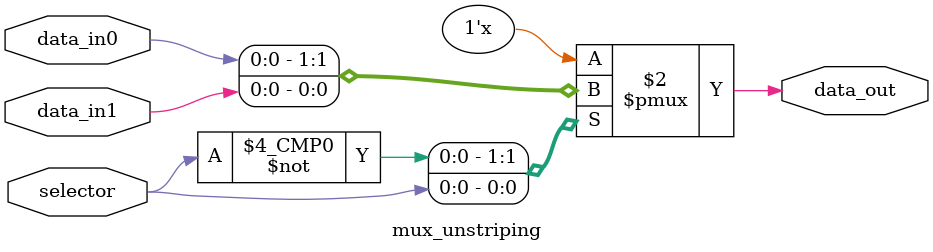
<source format=v>
module mux_unstriping(				//Modulo Mux Un-Striping
	output reg	data_out,			//Salida a la etapa de flops
	input 		data_in0,			//Entrada del Demux
	input 		data_in1,			//Entrada del Demux
	input 		selector			//Selector
);
	
	always @(*)
		begin: MUX
			case((selector))
				0 : data_out=data_in0;
				1 : data_out=data_in1;
			default data_out=1'bx;
			endcase
		end
endmodule
			
</source>
